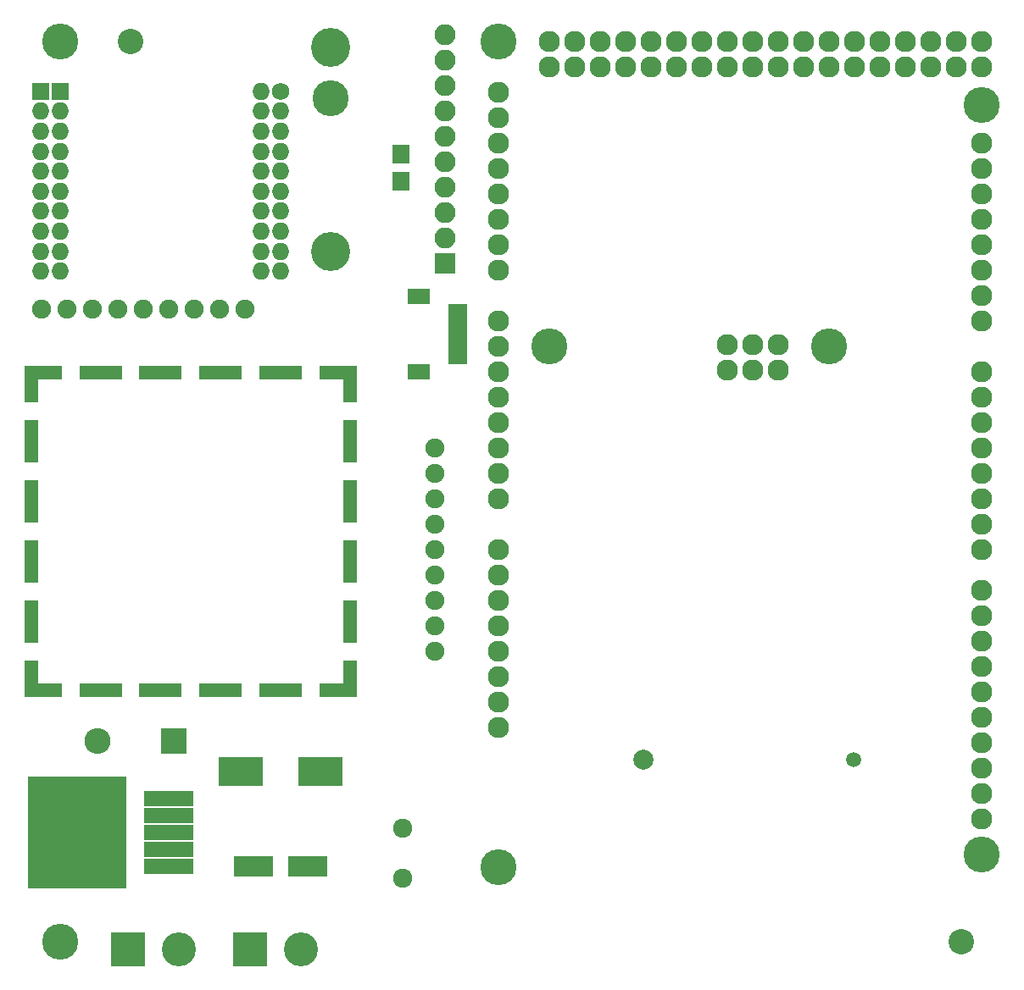
<source format=gbr>
G04 #@! TF.FileFunction,Soldermask,Top*
%FSLAX46Y46*%
G04 Gerber Fmt 4.6, Leading zero omitted, Abs format (unit mm)*
G04 Created by KiCad (PCBNEW 4.0.7-e2-6376~58~ubuntu16.04.1) date Tue Oct  2 08:21:06 2018*
%MOMM*%
%LPD*%
G01*
G04 APERTURE LIST*
%ADD10C,0.100000*%
%ADD11R,1.750000X1.750000*%
%ADD12O,1.750000X1.750000*%
%ADD13C,1.750000*%
%ADD14C,1.924000*%
%ADD15O,2.127200X2.127200*%
%ADD16C,3.600000*%
%ADD17R,3.900000X2.000000*%
%ADD18R,4.400000X2.900000*%
%ADD19R,2.600000X2.600000*%
%ADD20O,2.600000X2.600000*%
%ADD21C,2.000000*%
%ADD22C,1.500000*%
%ADD23R,1.700000X1.900000*%
%ADD24C,1.900000*%
%ADD25R,5.000000X1.500000*%
%ADD26R,9.800000X11.200000*%
%ADD27R,2.100000X2.100000*%
%ADD28O,2.100000X2.100000*%
%ADD29C,3.900000*%
%ADD30R,1.950000X1.000000*%
%ADD31R,2.200000X1.600000*%
%ADD32R,3.400000X3.400000*%
%ADD33C,3.400000*%
%ADD34R,1.400000X1.400000*%
%ADD35R,2.700000X1.400000*%
%ADD36R,4.200000X1.400000*%
%ADD37R,1.400000X2.700000*%
%ADD38R,1.400000X4.200000*%
%ADD39C,2.540000*%
G04 APERTURE END LIST*
D10*
D11*
X105000000Y-60000000D03*
X103000000Y-60000000D03*
D12*
X105000000Y-62000000D03*
X103000000Y-62000000D03*
X105000000Y-64000000D03*
X103000000Y-64000000D03*
X105000000Y-66000000D03*
X103000000Y-66000000D03*
X105000000Y-68000000D03*
X103000000Y-68000000D03*
X105000000Y-70000000D03*
X103000000Y-70000000D03*
X105000000Y-72000000D03*
X103000000Y-72000000D03*
X105000000Y-74000000D03*
X103000000Y-74000000D03*
X105000000Y-76000000D03*
X103000000Y-76000000D03*
X105000000Y-78000000D03*
X103000000Y-78000000D03*
X127000000Y-64000000D03*
D13*
X127000000Y-60000000D03*
D12*
X125000000Y-60000000D03*
X127000000Y-62000000D03*
X125000000Y-62000000D03*
X125000000Y-64000000D03*
X127000000Y-66000000D03*
X125000000Y-66000000D03*
X125000000Y-68000000D03*
X127000000Y-70000000D03*
X125000000Y-70000000D03*
X127000000Y-72000000D03*
X127000000Y-68000000D03*
X127000000Y-74000000D03*
X125000000Y-72000000D03*
X125000000Y-74000000D03*
X127000000Y-78000000D03*
X125000000Y-76000000D03*
X127000000Y-76000000D03*
X125000000Y-78000000D03*
D14*
X139192000Y-133684000D03*
X139192000Y-138684000D03*
D15*
X171600000Y-87893000D03*
X171600000Y-85353000D03*
X174140000Y-85353000D03*
X174140000Y-87893000D03*
X176680000Y-85353000D03*
X148740000Y-100720000D03*
X148740000Y-105800000D03*
X148740000Y-108340000D03*
X148740000Y-110880000D03*
X148740000Y-113420000D03*
X148740000Y-115960000D03*
X148740000Y-118500000D03*
X148740000Y-121040000D03*
X197000000Y-65160000D03*
X197000000Y-67700000D03*
X197000000Y-70240000D03*
X197000000Y-72780000D03*
X197000000Y-75320000D03*
X197000000Y-77860000D03*
X197000000Y-80400000D03*
X197000000Y-82940000D03*
X197000000Y-88020000D03*
X197000000Y-90560000D03*
X197000000Y-93100000D03*
X197000000Y-95640000D03*
X197000000Y-98180000D03*
X197000000Y-100720000D03*
X197000000Y-103260000D03*
X197000000Y-105800000D03*
X197000000Y-125104000D03*
X197000000Y-109864000D03*
X197000000Y-112404000D03*
X197000000Y-114944000D03*
D16*
X153820000Y-85480000D03*
X181760000Y-85480000D03*
X197000000Y-61350000D03*
X197000000Y-136280000D03*
X148740000Y-55000000D03*
X148740000Y-137550000D03*
D15*
X197000000Y-132724000D03*
X197000000Y-130184000D03*
X197000000Y-127644000D03*
X197000000Y-122564000D03*
X197000000Y-120024000D03*
X197000000Y-117484000D03*
X148740000Y-123580000D03*
X148740000Y-98180000D03*
X148740000Y-95640000D03*
X148740000Y-93100000D03*
X148740000Y-90560000D03*
X148740000Y-88020000D03*
X148740000Y-85480000D03*
X148740000Y-82940000D03*
X148740000Y-77860000D03*
X148740000Y-75320000D03*
X148740000Y-72780000D03*
X148740000Y-70240000D03*
X148740000Y-67700000D03*
X148740000Y-65160000D03*
X148740000Y-62620000D03*
X148740000Y-60080000D03*
X197000000Y-57540000D03*
X197000000Y-55000000D03*
X194460000Y-57540000D03*
X194460000Y-55000000D03*
X191920000Y-57540000D03*
X191920000Y-55000000D03*
X189380000Y-57540000D03*
X189380000Y-55000000D03*
X186840000Y-57540000D03*
X186840000Y-55000000D03*
X184300000Y-57540000D03*
X184300000Y-55000000D03*
X181760000Y-57540000D03*
X181760000Y-55000000D03*
X179220000Y-57540000D03*
X179220000Y-55000000D03*
X176680000Y-57540000D03*
X176680000Y-55000000D03*
X174140000Y-57540000D03*
X174140000Y-55000000D03*
X171600000Y-57540000D03*
X171600000Y-55000000D03*
X169060000Y-57540000D03*
X169060000Y-55000000D03*
X166520000Y-57540000D03*
X166520000Y-55000000D03*
X163980000Y-57540000D03*
X163980000Y-55000000D03*
X161440000Y-57540000D03*
X161440000Y-55000000D03*
X158900000Y-57540000D03*
X158900000Y-55000000D03*
X156360000Y-57540000D03*
X156360000Y-55000000D03*
X153820000Y-57540000D03*
X153820000Y-55000000D03*
X176680000Y-87893000D03*
D16*
X105000000Y-145000000D03*
D17*
X124300000Y-137515600D03*
X129700000Y-137515600D03*
D18*
X123000000Y-128016000D03*
X131000000Y-128016000D03*
D19*
X116332000Y-124968000D03*
D20*
X108712000Y-124968000D03*
D21*
X163220000Y-126825000D03*
D22*
X184220000Y-126825000D03*
D23*
X139000000Y-69000000D03*
X139000000Y-66300000D03*
D24*
X120904000Y-81788000D03*
X123444000Y-81788000D03*
X115824000Y-81788000D03*
X118364000Y-81788000D03*
X142389860Y-100718620D03*
X142389860Y-98178620D03*
X142389860Y-95638620D03*
X110744000Y-81788000D03*
X108204000Y-81788000D03*
X113284000Y-81788000D03*
X103124000Y-81788000D03*
X105664000Y-81788000D03*
X142389860Y-108338620D03*
X142389860Y-103258620D03*
X142389860Y-105798620D03*
X142389860Y-110878620D03*
X142389860Y-113418620D03*
X142389860Y-115958620D03*
D25*
X115824000Y-137512000D03*
X115824000Y-135812000D03*
X115824000Y-134112000D03*
X115824000Y-132412000D03*
X115824000Y-130712000D03*
D26*
X106674000Y-134112000D03*
D27*
X143400000Y-77240000D03*
D28*
X143400000Y-74700000D03*
X143400000Y-72160000D03*
X143400000Y-69620000D03*
X143400000Y-67080000D03*
X143400000Y-64540000D03*
X143400000Y-62000000D03*
X143400000Y-59460000D03*
X143400000Y-56920000D03*
X143400000Y-54380000D03*
D29*
X132000000Y-75999000D03*
X132000000Y-55625000D03*
D30*
X144685500Y-81788000D03*
X144685500Y-82788000D03*
X144685500Y-83788000D03*
X144685500Y-84788000D03*
X144685500Y-85788000D03*
X144685500Y-86788000D03*
D31*
X140810500Y-80488000D03*
X140810500Y-88088000D03*
D32*
X123952000Y-145796000D03*
D33*
X129032000Y-145796000D03*
D32*
X111760000Y-145796000D03*
D33*
X116840000Y-145796000D03*
D16*
X105000000Y-55000000D03*
D34*
X102100000Y-88100000D03*
X133900000Y-88100000D03*
X133900000Y-119900000D03*
X102100000Y-119900000D03*
D35*
X103750000Y-88100000D03*
X103750000Y-119900000D03*
D36*
X109000000Y-88100000D03*
X109000000Y-119900000D03*
X115000000Y-88100000D03*
X115000000Y-119900000D03*
X121000000Y-88100000D03*
X121000000Y-119900000D03*
X127000000Y-88100000D03*
X127000000Y-119900000D03*
D35*
X132250000Y-88100000D03*
X132250000Y-119900000D03*
D37*
X102100000Y-89750000D03*
X133900000Y-89750000D03*
D38*
X102100000Y-95000000D03*
X133900000Y-95000000D03*
X102100000Y-101000000D03*
X133900000Y-101000000D03*
X102100000Y-107000000D03*
X133900000Y-107000000D03*
X102100000Y-113000000D03*
X133900000Y-113000000D03*
D37*
X102100000Y-118250000D03*
X133900000Y-118250000D03*
D16*
X132000000Y-60705000D03*
D39*
X195000000Y-145000000D03*
X112000000Y-55000000D03*
M02*

</source>
